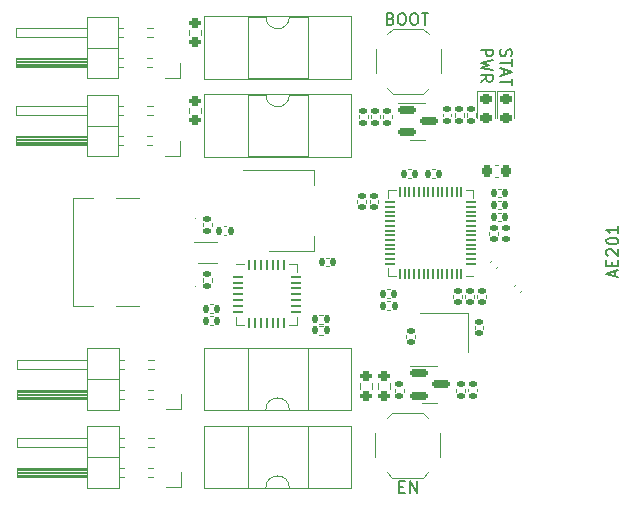
<source format=gto>
%TF.GenerationSoftware,KiCad,Pcbnew,7.0.7*%
%TF.CreationDate,2024-01-20T15:39:31+01:00*%
%TF.ProjectId,esp-atx-power,6573702d-6174-4782-9d70-6f7765722e6b,1.0.0*%
%TF.SameCoordinates,PX6695f68PY7b6af88*%
%TF.FileFunction,Legend,Top*%
%TF.FilePolarity,Positive*%
%FSLAX46Y46*%
G04 Gerber Fmt 4.6, Leading zero omitted, Abs format (unit mm)*
G04 Created by KiCad (PCBNEW 7.0.7) date 2024-01-20 15:39:31*
%MOMM*%
%LPD*%
G01*
G04 APERTURE LIST*
G04 Aperture macros list*
%AMRoundRect*
0 Rectangle with rounded corners*
0 $1 Rounding radius*
0 $2 $3 $4 $5 $6 $7 $8 $9 X,Y pos of 4 corners*
0 Add a 4 corners polygon primitive as box body*
4,1,4,$2,$3,$4,$5,$6,$7,$8,$9,$2,$3,0*
0 Add four circle primitives for the rounded corners*
1,1,$1+$1,$2,$3*
1,1,$1+$1,$4,$5*
1,1,$1+$1,$6,$7*
1,1,$1+$1,$8,$9*
0 Add four rect primitives between the rounded corners*
20,1,$1+$1,$2,$3,$4,$5,0*
20,1,$1+$1,$4,$5,$6,$7,0*
20,1,$1+$1,$6,$7,$8,$9,0*
20,1,$1+$1,$8,$9,$2,$3,0*%
G04 Aperture macros list end*
%ADD10C,0.154000*%
%ADD11C,0.150000*%
%ADD12C,0.120000*%
%ADD13C,0.100000*%
%ADD14RoundRect,0.200000X-0.275000X0.200000X-0.275000X-0.200000X0.275000X-0.200000X0.275000X0.200000X0*%
%ADD15RoundRect,0.135000X-0.185000X0.135000X-0.185000X-0.135000X0.185000X-0.135000X0.185000X0.135000X0*%
%ADD16RoundRect,0.062500X-0.337500X-0.062500X0.337500X-0.062500X0.337500X0.062500X-0.337500X0.062500X0*%
%ADD17RoundRect,0.062500X-0.062500X-0.337500X0.062500X-0.337500X0.062500X0.337500X-0.062500X0.337500X0*%
%ADD18R,3.350000X3.350000*%
%ADD19RoundRect,0.140000X0.021213X-0.219203X0.219203X-0.021213X-0.021213X0.219203X-0.219203X0.021213X0*%
%ADD20RoundRect,0.050000X0.350000X0.050000X-0.350000X0.050000X-0.350000X-0.050000X0.350000X-0.050000X0*%
%ADD21RoundRect,0.050000X0.050000X0.350000X-0.050000X0.350000X-0.050000X-0.350000X0.050000X-0.350000X0*%
%ADD22R,4.000000X4.000000*%
%ADD23R,2.000000X1.500000*%
%ADD24R,2.000000X3.800000*%
%ADD25R,1.000000X0.750000*%
%ADD26RoundRect,0.135000X-0.135000X-0.185000X0.135000X-0.185000X0.135000X0.185000X-0.135000X0.185000X0*%
%ADD27RoundRect,0.140000X0.140000X0.170000X-0.140000X0.170000X-0.140000X-0.170000X0.140000X-0.170000X0*%
%ADD28R,0.500000X0.300000*%
%ADD29RoundRect,0.147500X0.172500X-0.147500X0.172500X0.147500X-0.172500X0.147500X-0.172500X-0.147500X0*%
%ADD30RoundRect,0.135000X0.135000X0.185000X-0.135000X0.185000X-0.135000X-0.185000X0.135000X-0.185000X0*%
%ADD31R,3.100000X1.600000*%
%ADD32C,2.700000*%
%ADD33RoundRect,0.147500X-0.226274X-0.017678X-0.017678X-0.226274X0.226274X0.017678X0.017678X0.226274X0*%
%ADD34RoundRect,0.135000X0.185000X-0.135000X0.185000X0.135000X-0.185000X0.135000X-0.185000X-0.135000X0*%
%ADD35RoundRect,0.218750X-0.256250X0.218750X-0.256250X-0.218750X0.256250X-0.218750X0.256250X0.218750X0*%
%ADD36R,1.700000X1.700000*%
%ADD37O,1.700000X1.700000*%
%ADD38RoundRect,0.140000X0.170000X-0.140000X0.170000X0.140000X-0.170000X0.140000X-0.170000X-0.140000X0*%
%ADD39C,0.650000*%
%ADD40R,1.240000X0.600000*%
%ADD41R,1.240000X0.300000*%
%ADD42O,2.100000X1.000000*%
%ADD43O,1.800000X1.000000*%
%ADD44RoundRect,0.140000X-0.170000X0.140000X-0.170000X-0.140000X0.170000X-0.140000X0.170000X0.140000X0*%
%ADD45RoundRect,0.140000X-0.140000X-0.170000X0.140000X-0.170000X0.140000X0.170000X-0.140000X0.170000X0*%
%ADD46RoundRect,0.150000X-0.587500X-0.150000X0.587500X-0.150000X0.587500X0.150000X-0.587500X0.150000X0*%
%ADD47RoundRect,0.225000X0.225000X0.250000X-0.225000X0.250000X-0.225000X-0.250000X0.225000X-0.250000X0*%
%ADD48R,1.400000X1.200000*%
%ADD49R,0.500000X0.375000*%
%ADD50R,0.650000X0.300000*%
G04 APERTURE END LIST*
D10*
X34470388Y38439077D02*
X35470388Y38439077D01*
X35470388Y38439077D02*
X35470388Y38058125D01*
X35470388Y38058125D02*
X35422769Y37962887D01*
X35422769Y37962887D02*
X35375150Y37915268D01*
X35375150Y37915268D02*
X35279912Y37867649D01*
X35279912Y37867649D02*
X35137055Y37867649D01*
X35137055Y37867649D02*
X35041817Y37915268D01*
X35041817Y37915268D02*
X34994198Y37962887D01*
X34994198Y37962887D02*
X34946579Y38058125D01*
X34946579Y38058125D02*
X34946579Y38439077D01*
X35470388Y37534315D02*
X34470388Y37296220D01*
X34470388Y37296220D02*
X35184674Y37105744D01*
X35184674Y37105744D02*
X34470388Y36915268D01*
X34470388Y36915268D02*
X35470388Y36677172D01*
X34470388Y35724792D02*
X34946579Y36058125D01*
X34470388Y36296220D02*
X35470388Y36296220D01*
X35470388Y36296220D02*
X35470388Y35915268D01*
X35470388Y35915268D02*
X35422769Y35820030D01*
X35422769Y35820030D02*
X35375150Y35772411D01*
X35375150Y35772411D02*
X35279912Y35724792D01*
X35279912Y35724792D02*
X35137055Y35724792D01*
X35137055Y35724792D02*
X35041817Y35772411D01*
X35041817Y35772411D02*
X34994198Y35820030D01*
X34994198Y35820030D02*
X34946579Y35915268D01*
X34946579Y35915268D02*
X34946579Y36296220D01*
X36169008Y38457173D02*
X36121388Y38314316D01*
X36121388Y38314316D02*
X36121388Y38076221D01*
X36121388Y38076221D02*
X36169008Y37980983D01*
X36169008Y37980983D02*
X36216627Y37933364D01*
X36216627Y37933364D02*
X36311865Y37885745D01*
X36311865Y37885745D02*
X36407103Y37885745D01*
X36407103Y37885745D02*
X36502341Y37933364D01*
X36502341Y37933364D02*
X36549960Y37980983D01*
X36549960Y37980983D02*
X36597579Y38076221D01*
X36597579Y38076221D02*
X36645198Y38266697D01*
X36645198Y38266697D02*
X36692817Y38361935D01*
X36692817Y38361935D02*
X36740436Y38409554D01*
X36740436Y38409554D02*
X36835674Y38457173D01*
X36835674Y38457173D02*
X36930912Y38457173D01*
X36930912Y38457173D02*
X37026150Y38409554D01*
X37026150Y38409554D02*
X37073769Y38361935D01*
X37073769Y38361935D02*
X37121388Y38266697D01*
X37121388Y38266697D02*
X37121388Y38028602D01*
X37121388Y38028602D02*
X37073769Y37885745D01*
X37121388Y37600030D02*
X37121388Y37028602D01*
X36121388Y37314316D02*
X37121388Y37314316D01*
X36407103Y36742887D02*
X36407103Y36266697D01*
X36121388Y36838125D02*
X37121388Y36504792D01*
X37121388Y36504792D02*
X36121388Y36171459D01*
X37121388Y35980982D02*
X37121388Y35409554D01*
X36121388Y35695268D02*
X37121388Y35695268D01*
X27582905Y1416199D02*
X27916238Y1416199D01*
X28059095Y892389D02*
X27582905Y892389D01*
X27582905Y892389D02*
X27582905Y1892389D01*
X27582905Y1892389D02*
X28059095Y1892389D01*
X28487667Y892389D02*
X28487667Y1892389D01*
X28487667Y1892389D02*
X29059095Y892389D01*
X29059095Y892389D02*
X29059095Y1892389D01*
X26836857Y41040199D02*
X26979714Y40992580D01*
X26979714Y40992580D02*
X27027333Y40944961D01*
X27027333Y40944961D02*
X27074952Y40849723D01*
X27074952Y40849723D02*
X27074952Y40706866D01*
X27074952Y40706866D02*
X27027333Y40611628D01*
X27027333Y40611628D02*
X26979714Y40564008D01*
X26979714Y40564008D02*
X26884476Y40516389D01*
X26884476Y40516389D02*
X26503524Y40516389D01*
X26503524Y40516389D02*
X26503524Y41516389D01*
X26503524Y41516389D02*
X26836857Y41516389D01*
X26836857Y41516389D02*
X26932095Y41468770D01*
X26932095Y41468770D02*
X26979714Y41421151D01*
X26979714Y41421151D02*
X27027333Y41325913D01*
X27027333Y41325913D02*
X27027333Y41230675D01*
X27027333Y41230675D02*
X26979714Y41135437D01*
X26979714Y41135437D02*
X26932095Y41087818D01*
X26932095Y41087818D02*
X26836857Y41040199D01*
X26836857Y41040199D02*
X26503524Y41040199D01*
X27694000Y41516389D02*
X27884476Y41516389D01*
X27884476Y41516389D02*
X27979714Y41468770D01*
X27979714Y41468770D02*
X28074952Y41373532D01*
X28074952Y41373532D02*
X28122571Y41183056D01*
X28122571Y41183056D02*
X28122571Y40849723D01*
X28122571Y40849723D02*
X28074952Y40659247D01*
X28074952Y40659247D02*
X27979714Y40564008D01*
X27979714Y40564008D02*
X27884476Y40516389D01*
X27884476Y40516389D02*
X27694000Y40516389D01*
X27694000Y40516389D02*
X27598762Y40564008D01*
X27598762Y40564008D02*
X27503524Y40659247D01*
X27503524Y40659247D02*
X27455905Y40849723D01*
X27455905Y40849723D02*
X27455905Y41183056D01*
X27455905Y41183056D02*
X27503524Y41373532D01*
X27503524Y41373532D02*
X27598762Y41468770D01*
X27598762Y41468770D02*
X27694000Y41516389D01*
X28741619Y41516389D02*
X28932095Y41516389D01*
X28932095Y41516389D02*
X29027333Y41468770D01*
X29027333Y41468770D02*
X29122571Y41373532D01*
X29122571Y41373532D02*
X29170190Y41183056D01*
X29170190Y41183056D02*
X29170190Y40849723D01*
X29170190Y40849723D02*
X29122571Y40659247D01*
X29122571Y40659247D02*
X29027333Y40564008D01*
X29027333Y40564008D02*
X28932095Y40516389D01*
X28932095Y40516389D02*
X28741619Y40516389D01*
X28741619Y40516389D02*
X28646381Y40564008D01*
X28646381Y40564008D02*
X28551143Y40659247D01*
X28551143Y40659247D02*
X28503524Y40849723D01*
X28503524Y40849723D02*
X28503524Y41183056D01*
X28503524Y41183056D02*
X28551143Y41373532D01*
X28551143Y41373532D02*
X28646381Y41468770D01*
X28646381Y41468770D02*
X28741619Y41516389D01*
X29455905Y41516389D02*
X30027333Y41516389D01*
X29741619Y40516389D02*
X29741619Y41516389D01*
D11*
X45822104Y19238953D02*
X45822104Y19715143D01*
X46107819Y19143715D02*
X45107819Y19477048D01*
X45107819Y19477048D02*
X46107819Y19810381D01*
X45584009Y20143715D02*
X45584009Y20477048D01*
X46107819Y20619905D02*
X46107819Y20143715D01*
X46107819Y20143715D02*
X45107819Y20143715D01*
X45107819Y20143715D02*
X45107819Y20619905D01*
X45203057Y21000858D02*
X45155438Y21048477D01*
X45155438Y21048477D02*
X45107819Y21143715D01*
X45107819Y21143715D02*
X45107819Y21381810D01*
X45107819Y21381810D02*
X45155438Y21477048D01*
X45155438Y21477048D02*
X45203057Y21524667D01*
X45203057Y21524667D02*
X45298295Y21572286D01*
X45298295Y21572286D02*
X45393533Y21572286D01*
X45393533Y21572286D02*
X45536390Y21524667D01*
X45536390Y21524667D02*
X46107819Y20953239D01*
X46107819Y20953239D02*
X46107819Y21572286D01*
X45107819Y22191334D02*
X45107819Y22286572D01*
X45107819Y22286572D02*
X45155438Y22381810D01*
X45155438Y22381810D02*
X45203057Y22429429D01*
X45203057Y22429429D02*
X45298295Y22477048D01*
X45298295Y22477048D02*
X45488771Y22524667D01*
X45488771Y22524667D02*
X45726866Y22524667D01*
X45726866Y22524667D02*
X45917342Y22477048D01*
X45917342Y22477048D02*
X46012580Y22429429D01*
X46012580Y22429429D02*
X46060200Y22381810D01*
X46060200Y22381810D02*
X46107819Y22286572D01*
X46107819Y22286572D02*
X46107819Y22191334D01*
X46107819Y22191334D02*
X46060200Y22096096D01*
X46060200Y22096096D02*
X46012580Y22048477D01*
X46012580Y22048477D02*
X45917342Y22000858D01*
X45917342Y22000858D02*
X45726866Y21953239D01*
X45726866Y21953239D02*
X45488771Y21953239D01*
X45488771Y21953239D02*
X45298295Y22000858D01*
X45298295Y22000858D02*
X45203057Y22048477D01*
X45203057Y22048477D02*
X45155438Y22096096D01*
X45155438Y22096096D02*
X45107819Y22191334D01*
X46107819Y23477048D02*
X46107819Y22905620D01*
X46107819Y23191334D02*
X45107819Y23191334D01*
X45107819Y23191334D02*
X45250676Y23096096D01*
X45250676Y23096096D02*
X45345914Y23000858D01*
X45345914Y23000858D02*
X45393533Y22905620D01*
D12*
%TO.C,R104*%
X10809500Y33511258D02*
X10809500Y33036742D01*
X9764500Y33511258D02*
X9764500Y33036742D01*
%TO.C,R105*%
X24891000Y32922141D02*
X24891000Y32614859D01*
X24131000Y32922141D02*
X24131000Y32614859D01*
%TO.C,U104*%
X13733000Y15106500D02*
X13733000Y15831500D01*
X14458000Y20326500D02*
X13733000Y20326500D01*
X14458000Y15106500D02*
X13733000Y15106500D01*
X18228000Y20326500D02*
X18953000Y20326500D01*
X18228000Y15106500D02*
X18953000Y15106500D01*
X18953000Y20326500D02*
X18953000Y19601500D01*
X18953000Y15106500D02*
X18953000Y15831500D01*
%TO.C,C216*%
X35240190Y20461307D02*
X35392693Y20613810D01*
X35749307Y19952190D02*
X35901810Y20104693D01*
%TO.C,U201*%
X33836000Y26530000D02*
X33836000Y25880000D01*
X33186000Y19310000D02*
X33836000Y19310000D01*
X33186000Y26530000D02*
X33836000Y26530000D01*
X27266000Y19310000D02*
X26616000Y19310000D01*
X27266000Y26530000D02*
X26616000Y26530000D01*
X26616000Y19310000D02*
X26616000Y19960000D01*
X26616000Y26530000D02*
X26616000Y25880000D01*
%TO.C,U102*%
X14315000Y28238500D02*
X20325000Y28238500D01*
X16565000Y21418500D02*
X20325000Y21418500D01*
X20325000Y28238500D02*
X20325000Y26978500D01*
X20325000Y21418500D02*
X20325000Y22678500D01*
%TO.C,SW102*%
X31071000Y36465000D02*
X31071000Y38465000D01*
X30071000Y35165000D02*
X29621000Y34715000D01*
X30071000Y39765000D02*
X29621000Y40215000D01*
X29621000Y34715000D02*
X27021000Y34715000D01*
X29621000Y40215000D02*
X27021000Y40215000D01*
X26571000Y35165000D02*
X27021000Y34715000D01*
X26571000Y39765000D02*
X27021000Y40215000D01*
X25571000Y36465000D02*
X25571000Y38465000D01*
%TO.C,R113*%
X20801359Y15048500D02*
X21108641Y15048500D01*
X20801359Y14288500D02*
X21108641Y14288500D01*
%TO.C,SW101*%
X25523000Y5953000D02*
X25523000Y3953000D01*
X26523000Y7253000D02*
X26973000Y7703000D01*
X26523000Y2653000D02*
X26973000Y2203000D01*
X26973000Y7703000D02*
X29573000Y7703000D01*
X26973000Y2203000D02*
X29573000Y2203000D01*
X30023000Y7253000D02*
X29573000Y7703000D01*
X30023000Y2653000D02*
X29573000Y2203000D01*
X31023000Y5953000D02*
X31023000Y3953000D01*
%TO.C,C108*%
X11791836Y16150000D02*
X11576164Y16150000D01*
X11791836Y16870000D02*
X11576164Y16870000D01*
D13*
%TO.C,D101*%
X10337000Y24168000D02*
G75*
G03*
X10337000Y24168000I-50000J0D01*
G01*
D12*
%TO.C,R201*%
X26823641Y16384000D02*
X26516359Y16384000D01*
X26823641Y17144000D02*
X26516359Y17144000D01*
%TO.C,K104*%
X11037000Y41268000D02*
X11037000Y35948000D01*
X11037000Y35948000D02*
X23507000Y35948000D01*
X14737000Y41208000D02*
X14737000Y36008000D01*
X14737000Y36008000D02*
X19807000Y36008000D01*
X16272000Y41208000D02*
X14737000Y41208000D01*
X19807000Y41208000D02*
X18272000Y41208000D01*
X19807000Y36008000D02*
X19807000Y41208000D01*
X23507000Y41268000D02*
X11037000Y41268000D01*
X23507000Y35948000D02*
X23507000Y41268000D01*
X16272000Y41208000D02*
G75*
G03*
X18272000Y41208000I1000000J0D01*
G01*
%TO.C,R106*%
X10809500Y40115258D02*
X10809500Y39640742D01*
X9764500Y40115258D02*
X9764500Y39640742D01*
%TO.C,R101*%
X25287500Y10205258D02*
X25287500Y9730742D01*
X24242500Y10205258D02*
X24242500Y9730742D01*
%TO.C,C204*%
X36175836Y25929000D02*
X35960164Y25929000D01*
X36175836Y26649000D02*
X35960164Y26649000D01*
%TO.C,R109*%
X26163000Y32612359D02*
X26163000Y32919641D01*
X26923000Y32612359D02*
X26923000Y32919641D01*
%TO.C,D103*%
X35660000Y34911500D02*
X34190000Y34911500D01*
X34190000Y34911500D02*
X34190000Y32626500D01*
X35660000Y32626500D02*
X35660000Y34911500D01*
%TO.C,J104*%
X9017000Y36068000D02*
X7747000Y36068000D01*
X9017000Y37338000D02*
X9017000Y36068000D01*
X6704071Y39498000D02*
X6249929Y39498000D01*
X6704071Y40258000D02*
X6249929Y40258000D01*
X6637000Y36958000D02*
X6249929Y36958000D01*
X6637000Y37718000D02*
X6249929Y37718000D01*
X4164071Y36958000D02*
X3767000Y36958000D01*
X4164071Y37718000D02*
X3767000Y37718000D01*
X4164071Y39498000D02*
X3767000Y39498000D01*
X4164071Y40258000D02*
X3767000Y40258000D01*
X3767000Y36008000D02*
X3767000Y41208000D01*
X3767000Y38608000D02*
X1107000Y38608000D01*
X3767000Y41208000D02*
X1107000Y41208000D01*
X1107000Y36008000D02*
X3767000Y36008000D01*
X1107000Y36958000D02*
X-4893000Y36958000D01*
X1107000Y37018000D02*
X-4893000Y37018000D01*
X1107000Y37138000D02*
X-4893000Y37138000D01*
X1107000Y37258000D02*
X-4893000Y37258000D01*
X1107000Y37378000D02*
X-4893000Y37378000D01*
X1107000Y37498000D02*
X-4893000Y37498000D01*
X1107000Y37618000D02*
X-4893000Y37618000D01*
X1107000Y39498000D02*
X-4893000Y39498000D01*
X1107000Y41208000D02*
X1107000Y36008000D01*
X-4893000Y36958000D02*
X-4893000Y37718000D01*
X-4893000Y37718000D02*
X1107000Y37718000D01*
X-4893000Y39498000D02*
X-4893000Y40258000D01*
X-4893000Y40258000D02*
X1107000Y40258000D01*
%TO.C,C215*%
X28171000Y14055164D02*
X28171000Y14270836D01*
X28891000Y14055164D02*
X28891000Y14270836D01*
%TO.C,K101*%
X23507000Y1277000D02*
X23507000Y6597000D01*
X23507000Y6597000D02*
X11037000Y6597000D01*
X19807000Y1337000D02*
X19807000Y6537000D01*
X19807000Y6537000D02*
X14737000Y6537000D01*
X18272000Y1337000D02*
X19807000Y1337000D01*
X14737000Y1337000D02*
X16272000Y1337000D01*
X14737000Y6537000D02*
X14737000Y1337000D01*
X11037000Y1277000D02*
X23507000Y1277000D01*
X11037000Y6597000D02*
X11037000Y1277000D01*
X18272000Y1337000D02*
G75*
G03*
X16272000Y1337000I-1000000J0D01*
G01*
%TO.C,R111*%
X10923000Y18769359D02*
X10923000Y19076641D01*
X11683000Y18769359D02*
X11683000Y19076641D01*
%TO.C,J103*%
X9017000Y29464000D02*
X7747000Y29464000D01*
X9017000Y30734000D02*
X9017000Y29464000D01*
X6704071Y32894000D02*
X6249929Y32894000D01*
X6704071Y33654000D02*
X6249929Y33654000D01*
X6637000Y30354000D02*
X6249929Y30354000D01*
X6637000Y31114000D02*
X6249929Y31114000D01*
X4164071Y30354000D02*
X3767000Y30354000D01*
X4164071Y31114000D02*
X3767000Y31114000D01*
X4164071Y32894000D02*
X3767000Y32894000D01*
X4164071Y33654000D02*
X3767000Y33654000D01*
X3767000Y29404000D02*
X3767000Y34604000D01*
X3767000Y32004000D02*
X1107000Y32004000D01*
X3767000Y34604000D02*
X1107000Y34604000D01*
X1107000Y29404000D02*
X3767000Y29404000D01*
X1107000Y30354000D02*
X-4893000Y30354000D01*
X1107000Y30414000D02*
X-4893000Y30414000D01*
X1107000Y30534000D02*
X-4893000Y30534000D01*
X1107000Y30654000D02*
X-4893000Y30654000D01*
X1107000Y30774000D02*
X-4893000Y30774000D01*
X1107000Y30894000D02*
X-4893000Y30894000D01*
X1107000Y31014000D02*
X-4893000Y31014000D01*
X1107000Y32894000D02*
X-4893000Y32894000D01*
X1107000Y34604000D02*
X1107000Y29404000D01*
X-4893000Y30354000D02*
X-4893000Y31114000D01*
X-4893000Y31114000D02*
X1107000Y31114000D01*
X-4893000Y32894000D02*
X-4893000Y33654000D01*
X-4893000Y33654000D02*
X1107000Y33654000D01*
%TO.C,J105*%
X5547000Y25852500D02*
X3627000Y25852500D01*
X-88000Y25852500D02*
X1617000Y25852500D01*
X3627000Y16692500D02*
X5547000Y16692500D01*
X1617000Y16692500D02*
X-88000Y16692500D01*
X-88000Y16692500D02*
X-88000Y25852500D01*
%TO.C,C104*%
X21584836Y20087000D02*
X21369164Y20087000D01*
X21584836Y20807000D02*
X21369164Y20807000D01*
%TO.C,C214*%
X34691000Y14994836D02*
X34691000Y14779164D01*
X33971000Y14994836D02*
X33971000Y14779164D01*
%TO.C,K102*%
X23507000Y7881000D02*
X23507000Y13201000D01*
X23507000Y13201000D02*
X11037000Y13201000D01*
X19807000Y7941000D02*
X19807000Y13141000D01*
X19807000Y13141000D02*
X14737000Y13141000D01*
X18272000Y7941000D02*
X19807000Y7941000D01*
X14737000Y7941000D02*
X16272000Y7941000D01*
X14737000Y13141000D02*
X14737000Y7941000D01*
X11037000Y7881000D02*
X23507000Y7881000D01*
X11037000Y13201000D02*
X11037000Y7881000D01*
X18272000Y7941000D02*
G75*
G03*
X16272000Y7941000I-1000000J0D01*
G01*
%TO.C,D104*%
X37311000Y34911500D02*
X35841000Y34911500D01*
X35841000Y34911500D02*
X35841000Y32626500D01*
X37311000Y32626500D02*
X37311000Y34911500D01*
D13*
%TO.C,D102*%
X10337000Y18377000D02*
G75*
G03*
X10337000Y18377000I-50000J0D01*
G01*
D12*
%TO.C,C105*%
X34142000Y9724836D02*
X34142000Y9509164D01*
X33422000Y9724836D02*
X33422000Y9509164D01*
%TO.C,C206*%
X26562164Y18140000D02*
X26777836Y18140000D01*
X26562164Y17420000D02*
X26777836Y17420000D01*
%TO.C,C210*%
X32152000Y17418164D02*
X32152000Y17633836D01*
X32872000Y17418164D02*
X32872000Y17633836D01*
%TO.C,Q101*%
X30147500Y11655000D02*
X28472500Y11655000D01*
X30147500Y11655000D02*
X30797500Y11655000D01*
X30147500Y8535000D02*
X29497500Y8535000D01*
X30147500Y8535000D02*
X30797500Y8535000D01*
%TO.C,C201*%
X35920000Y22967836D02*
X35920000Y22752164D01*
X35200000Y22967836D02*
X35200000Y22752164D01*
%TO.C,R114*%
X34035000Y33046641D02*
X34035000Y32739359D01*
X33275000Y33046641D02*
X33275000Y32739359D01*
%TO.C,R110*%
X11683000Y23775641D02*
X11683000Y23468359D01*
X10923000Y23775641D02*
X10923000Y23468359D01*
%TO.C,C202*%
X35960164Y24617000D02*
X36175836Y24617000D01*
X35960164Y23897000D02*
X36175836Y23897000D01*
%TO.C,C205*%
X35954580Y27684000D02*
X35673420Y27684000D01*
X35954580Y28704000D02*
X35673420Y28704000D01*
%TO.C,R108*%
X27179000Y9433359D02*
X27179000Y9740641D01*
X27939000Y9433359D02*
X27939000Y9740641D01*
%TO.C,J101*%
X9079000Y1392000D02*
X7809000Y1392000D01*
X9079000Y2662000D02*
X9079000Y1392000D01*
X6766071Y4822000D02*
X6311929Y4822000D01*
X6766071Y5582000D02*
X6311929Y5582000D01*
X6699000Y2282000D02*
X6311929Y2282000D01*
X6699000Y3042000D02*
X6311929Y3042000D01*
X4226071Y2282000D02*
X3829000Y2282000D01*
X4226071Y3042000D02*
X3829000Y3042000D01*
X4226071Y4822000D02*
X3829000Y4822000D01*
X4226071Y5582000D02*
X3829000Y5582000D01*
X3829000Y1332000D02*
X3829000Y6532000D01*
X3829000Y3932000D02*
X1169000Y3932000D01*
X3829000Y6532000D02*
X1169000Y6532000D01*
X1169000Y1332000D02*
X3829000Y1332000D01*
X1169000Y2282000D02*
X-4831000Y2282000D01*
X1169000Y2342000D02*
X-4831000Y2342000D01*
X1169000Y2462000D02*
X-4831000Y2462000D01*
X1169000Y2582000D02*
X-4831000Y2582000D01*
X1169000Y2702000D02*
X-4831000Y2702000D01*
X1169000Y2822000D02*
X-4831000Y2822000D01*
X1169000Y2942000D02*
X-4831000Y2942000D01*
X1169000Y4822000D02*
X-4831000Y4822000D01*
X1169000Y6532000D02*
X1169000Y1332000D01*
X-4831000Y2282000D02*
X-4831000Y3042000D01*
X-4831000Y3042000D02*
X1169000Y3042000D01*
X-4831000Y4822000D02*
X-4831000Y5582000D01*
X-4831000Y5582000D02*
X1169000Y5582000D01*
%TO.C,C203*%
X35960164Y25633000D02*
X36175836Y25633000D01*
X35960164Y24913000D02*
X36175836Y24913000D01*
%TO.C,C103*%
X12934836Y22754000D02*
X12719164Y22754000D01*
X12934836Y23474000D02*
X12719164Y23474000D01*
%TO.C,C217*%
X37270190Y18421307D02*
X37422693Y18573810D01*
X37779307Y17912190D02*
X37931810Y18064693D01*
%TO.C,C212*%
X25071000Y25447164D02*
X25071000Y25662836D01*
X25791000Y25447164D02*
X25791000Y25662836D01*
%TO.C,R103*%
X33146000Y9740641D02*
X33146000Y9433359D01*
X32386000Y9740641D02*
X32386000Y9433359D01*
%TO.C,Y201*%
X33369000Y12863000D02*
X33369000Y16163000D01*
X33369000Y16163000D02*
X29369000Y16163000D01*
%TO.C,C107*%
X11791836Y15134000D02*
X11576164Y15134000D01*
X11791836Y15854000D02*
X11576164Y15854000D01*
%TO.C,U103*%
X10503000Y20372500D02*
X12103000Y20372500D01*
X12103000Y22172500D02*
X10203000Y22172500D01*
%TO.C,C207*%
X30372164Y28300000D02*
X30587836Y28300000D01*
X30372164Y27580000D02*
X30587836Y27580000D01*
%TO.C,R115*%
X33019000Y33046641D02*
X33019000Y32739359D01*
X32259000Y33046641D02*
X32259000Y32739359D01*
%TO.C,R107*%
X25907000Y32919641D02*
X25907000Y32612359D01*
X25147000Y32919641D02*
X25147000Y32612359D01*
%TO.C,J102*%
X9079000Y7996000D02*
X7809000Y7996000D01*
X9079000Y9266000D02*
X9079000Y7996000D01*
X6766071Y11426000D02*
X6311929Y11426000D01*
X6766071Y12186000D02*
X6311929Y12186000D01*
X6699000Y8886000D02*
X6311929Y8886000D01*
X6699000Y9646000D02*
X6311929Y9646000D01*
X4226071Y8886000D02*
X3829000Y8886000D01*
X4226071Y9646000D02*
X3829000Y9646000D01*
X4226071Y11426000D02*
X3829000Y11426000D01*
X4226071Y12186000D02*
X3829000Y12186000D01*
X3829000Y7936000D02*
X3829000Y13136000D01*
X3829000Y10536000D02*
X1169000Y10536000D01*
X3829000Y13136000D02*
X1169000Y13136000D01*
X1169000Y7936000D02*
X3829000Y7936000D01*
X1169000Y8886000D02*
X-4831000Y8886000D01*
X1169000Y8946000D02*
X-4831000Y8946000D01*
X1169000Y9066000D02*
X-4831000Y9066000D01*
X1169000Y9186000D02*
X-4831000Y9186000D01*
X1169000Y9306000D02*
X-4831000Y9306000D01*
X1169000Y9426000D02*
X-4831000Y9426000D01*
X1169000Y9546000D02*
X-4831000Y9546000D01*
X1169000Y11426000D02*
X-4831000Y11426000D01*
X1169000Y13136000D02*
X1169000Y7936000D01*
X-4831000Y8886000D02*
X-4831000Y9646000D01*
X-4831000Y9646000D02*
X1169000Y9646000D01*
X-4831000Y11426000D02*
X-4831000Y12186000D01*
X-4831000Y12186000D02*
X1169000Y12186000D01*
%TO.C,Q102*%
X29131500Y33945000D02*
X27456500Y33945000D01*
X29131500Y33945000D02*
X29781500Y33945000D01*
X29131500Y30825000D02*
X28481500Y30825000D01*
X29131500Y30825000D02*
X29781500Y30825000D01*
%TO.C,C208*%
X28555836Y27580000D02*
X28340164Y27580000D01*
X28555836Y28300000D02*
X28340164Y28300000D01*
%TO.C,C213*%
X24744000Y25662836D02*
X24744000Y25447164D01*
X24024000Y25662836D02*
X24024000Y25447164D01*
%TO.C,C211*%
X33168000Y17418164D02*
X33168000Y17633836D01*
X33888000Y17418164D02*
X33888000Y17633836D01*
%TO.C,C209*%
X34184000Y17418164D02*
X34184000Y17633836D01*
X34904000Y17418164D02*
X34904000Y17633836D01*
%TO.C,R102*%
X26811500Y10205258D02*
X26811500Y9730742D01*
X25766500Y10205258D02*
X25766500Y9730742D01*
%TO.C,R112*%
X20801359Y16001000D02*
X21108641Y16001000D01*
X20801359Y15241000D02*
X21108641Y15241000D01*
%TO.C,C106*%
X31263000Y32785164D02*
X31263000Y33000836D01*
X31983000Y32785164D02*
X31983000Y33000836D01*
%TO.C,K103*%
X11037000Y34664000D02*
X11037000Y29344000D01*
X11037000Y29344000D02*
X23507000Y29344000D01*
X14737000Y34604000D02*
X14737000Y29404000D01*
X14737000Y29404000D02*
X19807000Y29404000D01*
X16272000Y34604000D02*
X14737000Y34604000D01*
X19807000Y34604000D02*
X18272000Y34604000D01*
X19807000Y29404000D02*
X19807000Y34604000D01*
X23507000Y34664000D02*
X11037000Y34664000D01*
X23507000Y29344000D02*
X23507000Y34664000D01*
X16272000Y34604000D02*
G75*
G03*
X18272000Y34604000I1000000J0D01*
G01*
%TD*%
%LPC*%
D14*
%TO.C,R104*%
X10287000Y34099000D03*
X10287000Y32449000D03*
%TD*%
D15*
%TO.C,R105*%
X24511000Y33278500D03*
X24511000Y32258500D03*
%TD*%
D16*
%TO.C,U104*%
X13893000Y19216500D03*
X13893000Y18716500D03*
X13893000Y18216500D03*
X13893000Y17716500D03*
X13893000Y17216500D03*
X13893000Y16716500D03*
X13893000Y16216500D03*
D17*
X14843000Y15266500D03*
X15343000Y15266500D03*
X15843000Y15266500D03*
X16343000Y15266500D03*
X16843000Y15266500D03*
X17343000Y15266500D03*
X17843000Y15266500D03*
D16*
X18793000Y16216500D03*
X18793000Y16716500D03*
X18793000Y17216500D03*
X18793000Y17716500D03*
X18793000Y18216500D03*
X18793000Y18716500D03*
X18793000Y19216500D03*
D17*
X17843000Y20166500D03*
X17343000Y20166500D03*
X16843000Y20166500D03*
X16343000Y20166500D03*
X15843000Y20166500D03*
X15343000Y20166500D03*
X14843000Y20166500D03*
D18*
X16343000Y17716500D03*
%TD*%
D19*
%TO.C,C216*%
X35231589Y19943589D03*
X35910411Y20622411D03*
%TD*%
D20*
%TO.C,U201*%
X33676000Y20320000D03*
X33676000Y20720000D03*
X33676000Y21120000D03*
X33676000Y21520000D03*
X33676000Y21920000D03*
X33676000Y22320000D03*
X33676000Y22720000D03*
X33676000Y23120000D03*
X33676000Y23520000D03*
X33676000Y23920000D03*
X33676000Y24320000D03*
X33676000Y24720000D03*
X33676000Y25120000D03*
X33676000Y25520000D03*
D21*
X32826000Y26370000D03*
X32426000Y26370000D03*
X32026000Y26370000D03*
X31626000Y26370000D03*
X31226000Y26370000D03*
X30826000Y26370000D03*
X30426000Y26370000D03*
X30026000Y26370000D03*
X29626000Y26370000D03*
X29226000Y26370000D03*
X28826000Y26370000D03*
X28426000Y26370000D03*
X28026000Y26370000D03*
X27626000Y26370000D03*
D20*
X26776000Y25520000D03*
X26776000Y25120000D03*
X26776000Y24720000D03*
X26776000Y24320000D03*
X26776000Y23920000D03*
X26776000Y23520000D03*
X26776000Y23120000D03*
X26776000Y22720000D03*
X26776000Y22320000D03*
X26776000Y21920000D03*
X26776000Y21520000D03*
X26776000Y21120000D03*
X26776000Y20720000D03*
X26776000Y20320000D03*
D21*
X27626000Y19470000D03*
X28026000Y19470000D03*
X28426000Y19470000D03*
X28826000Y19470000D03*
X29226000Y19470000D03*
X29626000Y19470000D03*
X30026000Y19470000D03*
X30426000Y19470000D03*
X30826000Y19470000D03*
X31226000Y19470000D03*
X31626000Y19470000D03*
X32026000Y19470000D03*
X32426000Y19470000D03*
X32826000Y19470000D03*
D22*
X30226000Y22920000D03*
%TD*%
D23*
%TO.C,U102*%
X15265000Y27128500D03*
X15265000Y24828500D03*
D24*
X21565000Y24828500D03*
D23*
X15265000Y22528500D03*
%TD*%
D25*
%TO.C,SW102*%
X31321000Y35590000D03*
X25321000Y35590000D03*
X31321000Y39340000D03*
X25321000Y39340000D03*
%TD*%
D26*
%TO.C,R113*%
X20445000Y14668500D03*
X21465000Y14668500D03*
%TD*%
D25*
%TO.C,SW101*%
X25273000Y6828000D03*
X31273000Y6828000D03*
X25273000Y3078000D03*
X31273000Y3078000D03*
%TD*%
D27*
%TO.C,C108*%
X12164000Y16510000D03*
X11204000Y16510000D03*
%TD*%
D28*
%TO.C,D101*%
X10287000Y23718000D03*
X10287000Y23018000D03*
%TD*%
D29*
%TO.C,L201*%
X36576000Y22375000D03*
X36576000Y23345000D03*
%TD*%
D30*
%TO.C,R201*%
X27180000Y16764000D03*
X26160000Y16764000D03*
%TD*%
D31*
%TO.C,K104*%
X12827000Y39878000D03*
X12827000Y37338000D03*
X21717000Y37338000D03*
X21717000Y39878000D03*
%TD*%
D14*
%TO.C,R106*%
X10287000Y40703000D03*
X10287000Y39053000D03*
%TD*%
%TO.C,R101*%
X24765000Y10793000D03*
X24765000Y9143000D03*
%TD*%
D27*
%TO.C,C204*%
X36548000Y26289000D03*
X35588000Y26289000D03*
%TD*%
D32*
%TO.C,MH102*%
X42037000Y2794000D03*
%TD*%
D33*
%TO.C,L202*%
X35928053Y19280947D03*
X36613947Y18595053D03*
%TD*%
D34*
%TO.C,R109*%
X26543000Y32256000D03*
X26543000Y33276000D03*
%TD*%
D35*
%TO.C,D103*%
X34925000Y34214000D03*
X34925000Y32639000D03*
%TD*%
D32*
%TO.C,MH101*%
X42051000Y39878000D03*
%TD*%
D36*
%TO.C,J104*%
X7747000Y37338000D03*
D37*
X5207000Y37338000D03*
X7747000Y39878000D03*
X5207000Y39878000D03*
%TD*%
D38*
%TO.C,C215*%
X28531000Y13683000D03*
X28531000Y14643000D03*
%TD*%
D31*
%TO.C,K101*%
X21717000Y2667000D03*
X21717000Y5207000D03*
X12827000Y5207000D03*
X12827000Y2667000D03*
%TD*%
D34*
%TO.C,R111*%
X11303000Y18413000D03*
X11303000Y19433000D03*
%TD*%
D36*
%TO.C,J103*%
X7747000Y30734000D03*
D37*
X5207000Y30734000D03*
X7747000Y33274000D03*
X5207000Y33274000D03*
%TD*%
D39*
%TO.C,J105*%
X6302000Y24162500D03*
X6302000Y18382500D03*
D40*
X7422000Y24472500D03*
X7422000Y23672500D03*
D41*
X7422000Y22522500D03*
X7422000Y21522500D03*
X7422000Y21022500D03*
X7422000Y20022500D03*
D40*
X7422000Y18872500D03*
X7422000Y18072500D03*
X7422000Y18072500D03*
X7422000Y18872500D03*
D41*
X7422000Y19522500D03*
X7422000Y20522500D03*
X7422000Y22022500D03*
X7422000Y23022500D03*
D40*
X7422000Y23672500D03*
X7422000Y24472500D03*
D42*
X6822000Y25592500D03*
D43*
X2622000Y25592500D03*
D42*
X6822000Y16952500D03*
D43*
X2622000Y16952500D03*
%TD*%
D27*
%TO.C,C104*%
X21957000Y20447000D03*
X20997000Y20447000D03*
%TD*%
D44*
%TO.C,C214*%
X34331000Y15367000D03*
X34331000Y14407000D03*
%TD*%
D31*
%TO.C,K102*%
X21717000Y9271000D03*
X21717000Y11811000D03*
X12827000Y11811000D03*
X12827000Y9271000D03*
%TD*%
D35*
%TO.C,D104*%
X36576000Y34214000D03*
X36576000Y32639000D03*
%TD*%
D28*
%TO.C,D102*%
X10287000Y18827000D03*
X10287000Y19527000D03*
%TD*%
D44*
%TO.C,C105*%
X33782000Y10097000D03*
X33782000Y9137000D03*
%TD*%
D45*
%TO.C,C206*%
X26190000Y17780000D03*
X27150000Y17780000D03*
%TD*%
D38*
%TO.C,C210*%
X32512000Y17046000D03*
X32512000Y18006000D03*
%TD*%
D46*
%TO.C,Q101*%
X29210000Y11045000D03*
X29210000Y9145000D03*
X31085000Y10095000D03*
%TD*%
D44*
%TO.C,C201*%
X35560000Y23340000D03*
X35560000Y22380000D03*
%TD*%
D15*
%TO.C,R114*%
X33655000Y33403000D03*
X33655000Y32383000D03*
%TD*%
%TO.C,R110*%
X11303000Y24132000D03*
X11303000Y23112000D03*
%TD*%
D45*
%TO.C,C202*%
X35588000Y24257000D03*
X36548000Y24257000D03*
%TD*%
D47*
%TO.C,C205*%
X36589000Y28194000D03*
X35039000Y28194000D03*
%TD*%
D34*
%TO.C,R108*%
X27559000Y9077000D03*
X27559000Y10097000D03*
%TD*%
D36*
%TO.C,J101*%
X7809000Y2662000D03*
D37*
X5269000Y2662000D03*
X7809000Y5202000D03*
X5269000Y5202000D03*
%TD*%
D45*
%TO.C,C203*%
X35588000Y25273000D03*
X36548000Y25273000D03*
%TD*%
D27*
%TO.C,C103*%
X13307000Y23114000D03*
X12347000Y23114000D03*
%TD*%
D19*
%TO.C,C217*%
X37261589Y17903589D03*
X37940411Y18582411D03*
%TD*%
D38*
%TO.C,C212*%
X25431000Y25075000D03*
X25431000Y26035000D03*
%TD*%
D15*
%TO.C,R103*%
X32766000Y10097000D03*
X32766000Y9077000D03*
%TD*%
D48*
%TO.C,Y201*%
X32469000Y15363000D03*
X30269000Y15363000D03*
X30269000Y13663000D03*
X32469000Y13663000D03*
%TD*%
D27*
%TO.C,C107*%
X12164000Y15494000D03*
X11204000Y15494000D03*
%TD*%
D49*
%TO.C,U103*%
X10453000Y21810000D03*
D50*
X10378000Y21272500D03*
D49*
X10453000Y20735000D03*
X12153000Y20735000D03*
D50*
X12228000Y21272500D03*
D49*
X12153000Y21810000D03*
%TD*%
D45*
%TO.C,C207*%
X30000000Y27940000D03*
X30960000Y27940000D03*
%TD*%
D15*
%TO.C,R115*%
X32639000Y33403000D03*
X32639000Y32383000D03*
%TD*%
%TO.C,R107*%
X25527000Y33276000D03*
X25527000Y32256000D03*
%TD*%
D36*
%TO.C,J102*%
X7809000Y9266000D03*
D37*
X5269000Y9266000D03*
X7809000Y11806000D03*
X5269000Y11806000D03*
%TD*%
D46*
%TO.C,Q102*%
X28194000Y33335000D03*
X28194000Y31435000D03*
X30069000Y32385000D03*
%TD*%
D27*
%TO.C,C208*%
X28928000Y27940000D03*
X27968000Y27940000D03*
%TD*%
D44*
%TO.C,C213*%
X24384000Y26035000D03*
X24384000Y25075000D03*
%TD*%
D38*
%TO.C,C211*%
X33528000Y17046000D03*
X33528000Y18006000D03*
%TD*%
%TO.C,C209*%
X34544000Y17046000D03*
X34544000Y18006000D03*
%TD*%
D14*
%TO.C,R102*%
X26289000Y10793000D03*
X26289000Y9143000D03*
%TD*%
D26*
%TO.C,R112*%
X20445000Y15621000D03*
X21465000Y15621000D03*
%TD*%
D38*
%TO.C,C106*%
X31623000Y32413000D03*
X31623000Y33373000D03*
%TD*%
D31*
%TO.C,K103*%
X12827000Y33274000D03*
X12827000Y30734000D03*
X21717000Y30734000D03*
X21717000Y33274000D03*
%TD*%
%LPD*%
M02*

</source>
